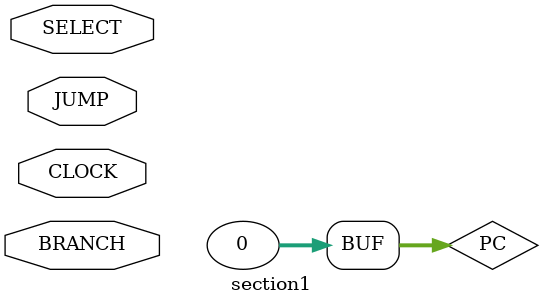
<source format=v>
`timescale 1ns / 1ps


module section1(JUMP,  BRANCH, SELECT, CLOCK);

input CLOCK;
input [1:0] SELECT;
input [31:0] JUMP, BRANCH;

reg [31:0] PC = 0;

mux3to1 PC_MUX(.a_in(PC), .b_in(JUMP), .c_in(BRANCH), .select(SELECT), .out(PC));
adder PC_ADDER(.A(PC), .clk(CLOCK), .out(PC));

always @ (posedge CLOCK)
begin
    
end

endmodule

</source>
